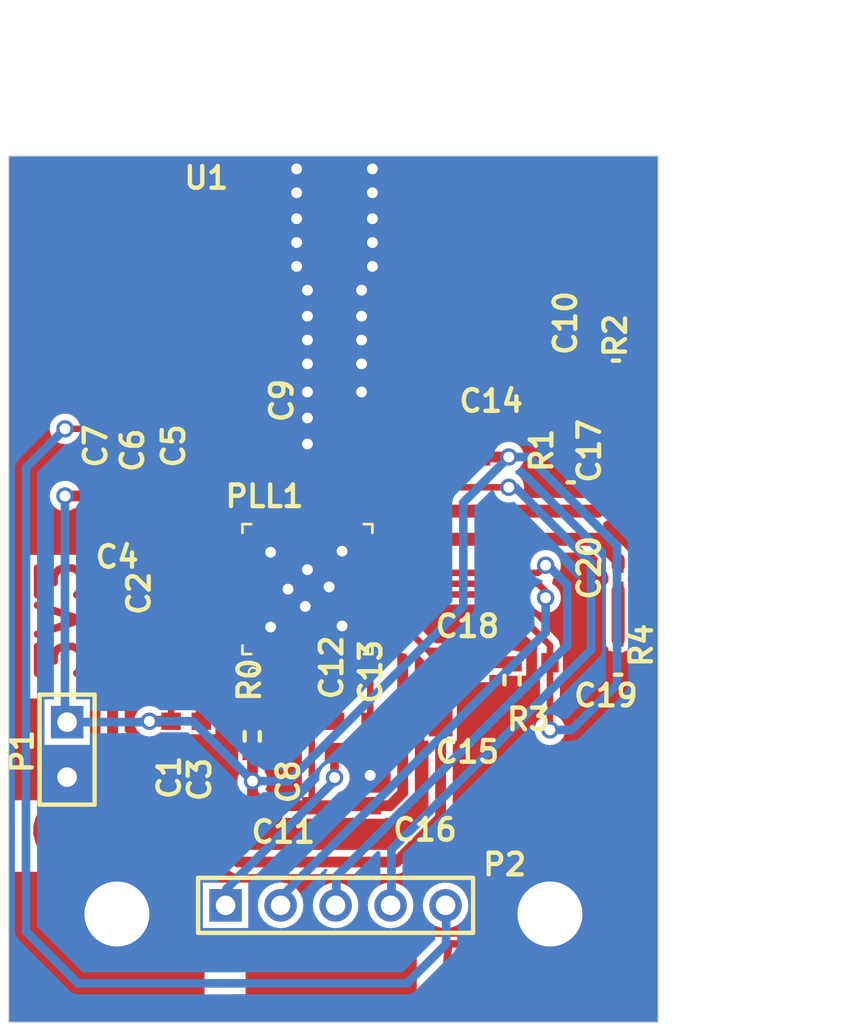
<source format=kicad_pcb>
(kicad_pcb (version 20211014) (generator pcbnew)
  (layers (0 "F.Cu" signal) (31 "B.Cu" signal) (34 "B.Paste" user) (35 "F.Paste" user) (36 "B.SilkS" user "B.Silkscreen") (37 "F.SilkS" user "F.Silkscreen") (38 "B.Mask" user) (39 "F.Mask" user) (44 "Edge.Cuts" user))
  (net 0 "")
  (footprint "Miscellaneous Devices.IntLib:1608[0603]" (layer "F.Cu") (at 156.999994 78.799996 180)
    (fp_text reference "C4" (at 3.099998 -0.500002 unlocked) (layer "F.SilkS") (effects (font (thickness 0.2)) (justify left bottom)))
    (fp_text value "Cap Semi" hide)
    (pad "1" smd rect (at -0.699998 -0.000002 270) (size 0.9 0.8) (layers "F.Cu" "F.Paste" "F.Mask"))
    (pad "2" smd rect (at 0.700001 -0.000002 270) (size 0.9 0.8) (layers "F.Cu" "F.Paste" "F.Mask"))
  )
  (footprint "Miscellaneous Devices.IntLib:0402" (layer "F.Cu") (at 178.049996 74.150001 90)
    (fp_text reference "C17" (at -1.249997 -0.65 90 unlocked) (layer "F.SilkS") (effects (font (thickness 0.2)) (justify left bottom)))
    (fp_text value "Cap Semi" hide)
    (pad "1" smd rect (at -0.499999 -0.000004 180) (size 0.5 0.6) (layers "F.Cu" "F.Paste" "F.Mask"))
    (pad "2" smd rect (at 0.500003 -0.000004 180) (size 0.5 0.6) (layers "F.Cu" "F.Paste" "F.Mask"))
  )
  (footprint "Miscellaneous Devices.IntLib:C0805" (layer "F.Cu") (at 170.699994 83.599992 180)
    (fp_text reference "C18" (at 1.1 1.099994 unlocked) (layer "F.SilkS") (effects (font (thickness 0.2)) (justify left bottom)))
    (fp_text value "Cap Semi" hide)
    (pad "1" smd rect (at -0.749999 -0.000002 270) (size 1.4 1.1) (layers "F.Cu" "F.Paste" "F.Mask"))
    (pad "2" smd rect (at 0.750001 -0.000002 270) (size 1.4 1.1) (layers "F.Cu" "F.Paste" "F.Mask"))
  )
  (footprint "Miscellaneous Devices.IntLib:J1-0603" (layer "F.Cu") (at 173.249999 84.399998 -90)
    (fp_text reference "R3" (at 2.399998 0.350003 unlocked) (layer "F.SilkS") (effects (font (thickness 0.2)) (justify left bottom)))
    (fp_text value "Res3" hide)
    (fp_line (start 0.200002 0.349999) (end -0.2 0.349999) (layer "F.SilkS") (width 0.2))
    (fp_line (start 0.200002 -0.350002) (end -0.2 -0.350002) (layer "F.SilkS") (width 0.2))
    (pad "1" smd rect (at -0.75 -0.000003) (size 0.9 0.7) (layers "F.Cu" "F.Paste" "F.Mask"))
    (pad "2" smd rect (at 0.75 -0.000003) (size 0.9 0.7) (layers "F.Cu" "F.Paste" "F.Mask"))
  )
  (footprint "Miscellaneous Devices.IntLib:1608[0603]" (layer "F.Cu") (at 166.739996 86.999995 90)
    (fp_text reference "C13" (at 1.399997 0.56 90 unlocked) (layer "F.SilkS") (effects (font (thickness 0.2)) (justify left bottom)))
    (fp_text value "Cap Semi" hide)
    (pad "1" smd rect (at -0.699999 -0.000004 180) (size 0.9 0.8) (layers "F.Cu" "F.Paste" "F.Mask"))
    (pad "2" smd rect (at 0.700001 -0.000004 180) (size 0.9 0.8) (layers "F.Cu" "F.Paste" "F.Mask"))
  )
  (footprint "Miscellaneous Devices.IntLib:0402-A" (layer "F.Cu") (at 178.149996 83.049995 90)
    (fp_text reference "R4" (at -0.850001 1.649998 90 unlocked) (layer "F.SilkS") (effects (font (thickness 0.2)) (justify left bottom)))
    (fp_text value "Res3" hide)
    (fp_line (start -1.099998 -0.15) (end -1.099998 0.149998) (layer "F.SilkS") (width 0.2))
    (pad "1" smd rect (at -0.499999 0 180) (size 0.5 0.6) (layers "F.Cu" "F.Paste" "F.Mask"))
    (pad "2" smd rect (at 0.500001 0 180) (size 0.5 0.6) (layers "F.Cu" "F.Paste" "F.Mask"))
  )
  (footprint "Miscellaneous Devices.IntLib:0402" (layer "F.Cu") (at 178.149996 79.649995 90)
    (fp_text reference "C20" (at -1.150003 -0.75 90 unlocked) (layer "F.SilkS") (effects (font (thickness 0.2)) (justify left bottom)))
    (fp_text value "Cap Semi" hide)
    (pad "1" smd rect (at -0.499999 0 180) (size 0.5 0.6) (layers "F.Cu" "F.Paste" "F.Mask"))
    (pad "2" smd rect (at 0.500002 0 180) (size 0.5 0.6) (layers "F.Cu" "F.Paste" "F.Mask"))
  )
  (footprint "PAE_custom.PcbLib:CONSMA020-062-G" (layer "F.Cu") (at 169.259996 62.799998 180)
    (fp_text reference "U1" (at 11.260002 1 unlocked) (layer "F.SilkS") (effects (font (thickness 0.2)) (justify left bottom)))
    (fp_text value "CONSMA020.062-G" hide)
    (pad "1" smd rect (at 4.26 0 180) (size 1.6 4.9) (layers "F.Cu" "F.Paste" "F.Mask"))
    (pad "2" smd rect (at 8.52 0 180) (size 1.6 4.9) (layers "F.Cu" "F.Paste" "F.Mask"))
    (pad "3" smd rect (at 0 0 180) (size 1.6 4.9) (layers "F.Cu" "F.Paste" "F.Mask"))
    (pad "4" smd rect (at 8.52 0 180) (size 1.6 4.9) (layers "B.Cu" "B.Paste" "B.Mask"))
    (pad "5" smd rect (at 0 0 180) (size 1.6 4.9) (layers "B.Cu" "B.Paste" "B.Mask"))
  )
  (footprint "Miscellaneous Devices.IntLib:1608[0603]" (layer "F.Cu") (at 155.999996 76.599998 90)
    (fp_text reference "C6" (at 1.7 0.3 90 unlocked) (layer "F.SilkS") (effects (font (thickness 0.2)) (justify left bottom)))
    (fp_text value "Cap Semi" hide)
    (pad "1" smd rect (at -0.7 -0.000003 180) (size 0.9 0.8) (layers "F.Cu" "F.Paste" "F.Mask"))
    (pad "2" smd rect (at 0.7 -0.000003 180) (size 0.9 0.8) (layers "F.Cu" "F.Paste" "F.Mask"))
  )
  (footprint "Miscellaneous Devices.IntLib:1608[0603]" (layer "F.Cu") (at 162.999994 86.999995 90)
    (fp_text reference "C8" (at -3.200001 0.500002 90 unlocked) (layer "F.SilkS") (effects (font (thickness 0.2)) (justify left bottom)))
    (fp_text value "Cap Semi" hide)
    (pad "1" smd rect (at -0.699999 -0.000002 180) (size 0.9 0.8) (layers "F.Cu" "F.Paste" "F.Mask"))
    (pad "2" smd rect (at 0.700001 -0.000002 180) (size 0.9 0.8) (layers "F.Cu" "F.Paste" "F.Mask"))
  )
  (footprint "Miscellaneous Devices.IntLib:1608[0603]" (layer "F.Cu") (at 175.699994 83.599998 180)
    (fp_text reference "C19" (at -0.3 -2.1 unlocked) (layer "F.SilkS") (effects (font (thickness 0.2)) (justify left bottom)))
    (fp_text value "Cap Semi" hide)
    (pad "1" smd rect (at -0.699999 0 270) (size 0.9 0.8) (layers "F.Cu" "F.Paste" "F.Mask"))
    (pad "2" smd rect (at 0.700001 0 270) (size 0.9 0.8) (layers "F.Cu" "F.Paste" "F.Mask"))
  )
  (footprint "Miscellaneous Devices.IntLib:1608[0603]" (layer "F.Cu") (at 166.739992 90.899998 -90)
    (fp_text reference "C16" (at 1 -0.900004 unlocked) (layer "F.SilkS") (effects (font (thickness 0.2)) (justify left bottom)))
    (fp_text value "Cap Semi" hide)
    (pad "1" smd rect (at -0.7 -0.000004) (size 0.9 0.8) (layers "F.Cu" "F.Paste" "F.Mask"))
    (pad "2" smd rect (at 0.7 -0.000004) (size 0.9 0.8) (layers "F.Cu" "F.Paste" "F.Mask"))
  )
  (footprint "Miscellaneous Devices.IntLib:1608[0603]" (layer "F.Cu") (at 157.499996 86.999998 90)
    (fp_text reference "C1" (at -3 0.499998 90 unlocked) (layer "F.SilkS") (effects (font (thickness 0.2)) (justify left bottom)))
    (fp_text value "Cap Semi" hide)
    (pad "1" smd rect (at -0.699998 -0.000003 180) (size 0.9 0.8) (layers "F.Cu" "F.Paste" "F.Mask"))
    (pad "2" smd rect (at 0.7 -0.000003 180) (size 0.9 0.8) (layers "F.Cu" "F.Paste" "F.Mask"))
  )
  (footprint "Miscellaneous Devices.IntLib:1608[0603]" (layer "F.Cu") (at 158.899996 86.999998 90)
    (fp_text reference "C3" (at -3.1 0.499998 90 unlocked) (layer "F.SilkS") (effects (font (thickness 0.2)) (justify left bottom)))
    (fp_text value "Cap Semi" hide)
    (pad "1" smd rect (at -0.699998 -0.000004 180) (size 0.9 0.8) (layers "F.Cu" "F.Paste" "F.Mask"))
    (pad "2" smd rect (at 0.7 -0.000004 180) (size 0.9 0.8) (layers "F.Cu" "F.Paste" "F.Mask"))
  )
  (footprint "Miscellaneous Connectors.IntLib:HDR1X5" (layer "F.Cu") (at 160.019996 94.799998)
    (fp_text reference "P2" (at 11.78 -1.3 unlocked) (layer "F.SilkS") (effects (font (thickness 0.2)) (justify left bottom)))
    (fp_text value "Header 5" hide)
    (fp_line (start -1.27 1.27) (end 11.43 1.27) (layer "F.SilkS") (width 0.2))
    (fp_line (start -1.27 1.27) (end -1.27 -1.27) (layer "F.SilkS") (width 0.2))
    (fp_line (start -1.27 -1.27) (end 11.43 -1.27) (layer "F.SilkS") (width 0.2))
    (fp_line (start 11.43 1.27) (end 11.43 -1.27) (layer "F.SilkS") (width 0.2))
    (pad "1" thru_hole rect (at 0 0) (size 1.5 1.5) (drill 0.9) (layers *.Cu *.Mask))
    (pad "2" thru_hole circle (at 2.54 0) (size 1.5 1.5) (drill 0.9) (layers *.Cu *.Mask))
    (pad "3" thru_hole circle (at 5.08 0) (size 1.5 1.5) (drill 0.9) (layers *.Cu *.Mask))
    (pad "4" thru_hole circle (at 7.62 0) (size 1.5 1.5) (drill 0.9) (layers *.Cu *.Mask))
    (pad "5" thru_hole circle (at 10.16 0) (size 1.5 1.5) (drill 0.9) (layers *.Cu *.Mask))
  )
  (footprint "Miscellaneous Devices.IntLib:J1-0603" (layer "F.Cu") (at 161.249993 86.999998 -90)
    (fp_text reference "R0" (at -1.500002 -0.450003 90 unlocked) (layer "F.SilkS") (effects (font (thickness 0.2)) (justify left bottom)))
    (fp_text value "Res3" hide)
    (fp_line (start 0.200002 0.349999) (end -0.2 0.349999) (layer "F.SilkS") (width 0.2))
    (fp_line (start 0.200002 -0.350003) (end -0.2 -0.350003) (layer "F.SilkS") (width 0.2))
    (pad "1" smd rect (at -0.75 -0.000003) (size 0.9 0.7) (layers "F.Cu" "F.Paste" "F.Mask"))
    (pad "2" smd rect (at 0.75 -0.000003) (size 0.9 0.7) (layers "F.Cu" "F.Paste" "F.Mask"))
  )
  (footprint "Miscellaneous Devices.IntLib:1608[0603]" (layer "F.Cu") (at 165.049996 86.999995 90)
    (fp_text reference "C12" (at 1.599999 0.45 90 unlocked) (layer "F.SilkS") (effects (font (thickness 0.2)) (justify left bottom)))
    (fp_text value "Cap Semi" hide)
    (pad "1" smd rect (at -0.699999 -0.000003 180) (size 0.9 0.8) (layers "F.Cu" "F.Paste" "F.Mask"))
    (pad "2" smd rect (at 0.700001 -0.000003 180) (size 0.9 0.8) (layers "F.Cu" "F.Paste" "F.Mask"))
  )
  (footprint "Miscellaneous Devices.IntLib:1608[0603]" (layer "F.Cu") (at 171.799996 73.399998 90)
    (fp_text reference "C14" (at 1.3 -1.100002 unlocked) (layer "F.SilkS") (effects (font (thickness 0.2)) (justify left bottom)))
    (fp_text value "Cap Semi" hide)
    (pad "1" smd rect (at -0.699998 -0.000004 180) (size 0.9 0.8) (layers "F.Cu" "F.Paste" "F.Mask"))
    (pad "2" smd rect (at 0.700002 -0.000004 180) (size 0.9 0.8) (layers "F.Cu" "F.Paste" "F.Mask"))
  )
  (footprint "QFN50P600X600X100-41N.PcbLib:QFN50P600X600X100-41N" (layer "F.Cu") (at 163.799996 80.199994 90)
    (fp_text reference "PLL1" (at 3.699998 -3.9 unlocked) (layer "F.SilkS") (effects (font (thickness 0.2)) (justify left bottom)))
    (fp_text value "LMX-2572" hide)
    (fp_line (start -2.999999 -3) (end -2.999999 -2.6) (layer "F.SilkS") (width 0.127))
    (fp_line (start -2.999999 -3) (end -2.599999 -3) (layer "F.SilkS") (width 0.127))
    (fp_line (start -2.999999 2.6) (end -2.999999 2.999998) (layer "F.SilkS") (width 0.127))
    (fp_line (start -2.999999 2.999998) (end -2.599999 2.999998) (layer "F.SilkS") (width 0.127))
    (fp_line (start 2.6 -3) (end 3 -3) (layer "F.SilkS") (width 0.127))
    (fp_line (start 3 -3) (end 3 -2.6) (layer "F.SilkS") (width 0.127))
    (fp_line (start 3 2.6) (end 3 2.999998) (layer "F.SilkS") (width 0.127))
    (fp_line (start 2.6 2.999998) (end 3 2.999998) (layer "F.SilkS") (width 0.127))
    (fp_circle (center -3.83 -2.51) (end -3.63 -2.51) (layer "F.SilkS") (width 0.1) (fill none))
    (pad "1" smd rect (at -2.939999 -2.25 90) (size 0.89 0.26) (layers "F.Cu" "F.Paste" "F.Mask"))
    (pad "2" smd rect (at -2.939999 -1.75 90) (size 0.89 0.26) (layers "F.Cu" "F.Paste" "F.Mask"))
    (pad "3" smd rect (at -2.939999 -1.25 90) (size 0.89 0.26) (layers "F.Cu" "F.Paste" "F.Mask"))
    (pad "4" smd rect (at -2.939999 -0.750002 90) (size 0.89 0.26) (layers "F.Cu" "F.Paste" "F.Mask"))
    (pad "5" smd rect (at -2.939999 -0.25 90) (size 0.89 0.26) (layers "F.Cu" "F.Paste" "F.Mask"))
    (pad "6" smd rect (at -2.939999 0.25 90) (size 0.89 0.26) (layers "F.Cu" "F.Paste" "F.Mask"))
    (pad "7" smd rect (at -2.939999 0.75 90) (size 0.89 0.26) (layers "F.Cu" "F.Paste" "F.Mask"))
    (pad "8" smd rect (at -2.939999 1.25 90) (size 0.89 0.26) (layers "F.Cu" "F.Paste" "F.Mask"))
    (pad "9" smd rect (at -2.939999 1.749998 90) (size 0.89 0.26) (layers "F.Cu" "F.Paste" "F.Mask"))
    (pad "10" smd rect (at -2.939999 2.25 90) (size 0.89 0.26) (layers "F.Cu" "F.Paste" "F.Mask"))
    (pad "11" smd rect (at -2.25 2.94 180) (size 0.89 0.26) (layers "F.Cu" "F.Paste" "F.Mask"))
    (pad "12" smd rect (at -1.749999 2.94 180) (size 0.89 0.26) (layers "F.Cu" "F.Paste" "F.Mask"))
    (pad "13" smd rect (at -1.25 2.94 180) (size 0.89 0.26) (layers "F.Cu" "F.Paste" "F.Mask"))
    (pad "14" smd rect (at -0.750001 2.94 180) (size 0.89 0.26) (layers "F.Cu" "F.Paste" "F.Mask"))
    (pad "15" smd rect (at -0.249999 2.94 180) (size 0.89 0.26) (layers "F.Cu" "F.Paste" "F.Mask"))
    (pad "16" smd rect (at 0.25 2.94 180) (size 0.89 0.26) (layers "F.Cu" "F.Paste" "F.Mask"))
    (pad "17" smd rect (at 0.750001 2.94 180) (size 0.89 0.26) (layers "F.Cu" "F.Paste" "F.Mask"))
    (pad "18" smd rect (at 1.25 2.94 180) (size 0.89 0.26) (layers "F.Cu" "F.Paste" "F.Mask"))
    (pad "19" smd rect (at 1.749999 2.94 180) (size 0.89 0.26) (layers "F.Cu" "F.Paste" "F.Mask"))
    (pad "20" smd rect (at 2.250001 2.94 180) (size 0.89 0.26) (layers "F.Cu" "F.Paste" "F.Mask"))
    (pad "21" smd rect (at 2.94 2.25 90) (size 0.89 0.26) (layers "F.Cu" "F.Paste" "F.Mask"))
    (pad "22" smd rect (at 2.94 1.749998 90) (size 0.89 0.26) (layers "F.Cu" "F.Paste" "F.Mask"))
    (pad "23" smd rect (at 2.94 1.25 90) (size 0.89 0.26) (layers "F.Cu" "F.Paste" "F.Mask"))
    (pad "24" smd rect (at 2.94 0.75 90) (size 0.89 0.26) (layers "F.Cu" "F.Paste" "F.Mask"))
    (pad "25" smd rect (at 2.94 0.25 90) (size 0.89 0.26) (layers "F.Cu" "F.Paste" "F.Mask"))
    (pad "26" smd rect (at 2.94 -0.25 90) (size 0.89 0.26) (layers "F.Cu" "F.Paste" "F.Mask"))
    (pad "27" smd rect (at 2.94 -0.750002 90) (size 0.89 0.26) (layers "F.Cu" "F.Paste" "F.Mask"))
    (pad "28" smd rect (at 2.94 -1.25 90) (size 0.89 0.26) (layers "F.Cu" "F.Paste" "F.Mask"))
    (pad "29" smd rect (at 2.94 -1.75 90) (size 0.89 0.26) (layers "F.Cu" "F.Paste" "F.Mask"))
    (pad "30" smd rect (at 2.94 -2.25 90) (size 0.89 0.26) (layers "F.Cu" "F.Paste" "F.Mask"))
    (pad "31" smd rect (at 2.250001 -2.94 180) (size 0.89 0.26) (layers "F.Cu" "F.Paste" "F.Mask"))
    (pad "32" smd rect (at 1.749999 -2.94 180) (size 0.89 0.26) (layers "F.Cu" "F.Paste" "F.Mask"))
    (pad "33" smd rect (at 1.25 -2.94 180) (size 0.89 0.26) (layers "F.Cu" "F.Paste" "F.Mask"))
    (pad "34" smd rect (at 0.750001 -2.94 180) (size 0.89 0.26) (layers "F.Cu" "F.Paste" "F.Mask"))
    (pad "35" smd rect (at 0.25 -2.94 180) (size 0.89 0.26) (layers "F.Cu" "F.Paste" "F.Mask"))
    (pad "36" smd rect (at -0.249999 -2.94 180) (size 0.89 0.26) (layers "F.Cu" "F.Paste" "F.Mask"))
    (pad "37" smd rect (at -0.750001 -2.94 180) (size 0.89 0.26) (layers "F.Cu" "F.Paste" "F.Mask"))
    (pad "38" smd rect (at -1.25 -2.94 180) (size 0.89 0.26) (layers "F.Cu" "F.Paste" "F.Mask"))
    (pad "39" smd rect (at -1.749999 -2.94 180) (size 0.89 0.26) (layers "F.Cu" "F.Paste" "F.Mask"))
    (pad "40" smd rect (at -2.25 -2.94 180) (size 0.89 0.26) (layers "F.Cu" "F.Paste" "F.Mask"))
    (pad "41" smd rect (at 0 0 90) (size 4.59 4.59) (layers "F.Cu" "F.Paste" "F.Mask"))
  )
  (footprint "Miscellaneous Devices.IntLib:1608[0603]" (layer "F.Cu") (at 154.299994 76.599998 -90)
    (fp_text reference "C7" (at -1.9 -0.300002 90 unlocked) (layer "F.SilkS") (effects (font (thickness 0.2)) (justify left bottom)))
    (fp_text value "Cap Semi" hide)
    (pad "1" smd rect (at -0.699998 -0.000002) (size 0.9 0.8) (layers "F.Cu" "F.Paste" "F.Mask"))
    (pad "2" smd rect (at 0.7 -0.000002) (size 0.9 0.8) (layers "F.Cu" "F.Paste" "F.Mask"))
  )
  (footprint "Miscellaneous Devices.IntLib:0402" (layer "F.Cu") (at 165.04999 71.999995 90)
    (fp_text reference "C9" (at -0.600001 -1.849996 90 unlocked) (layer "F.SilkS") (effects (font (thickness 0.2)) (justify left bottom)))
    (fp_text value "Cap Semi" hide)
    (pad "1" smd rect (at -0.499999 -0.000002 180) (size 0.5 0.6) (layers "F.Cu" "F.Paste" "F.Mask"))
    (pad "2" smd rect (at 0.500002 -0.000002 180) (size 0.5 0.6) (layers "F.Cu" "F.Paste" "F.Mask"))
  )
  (footprint "Miscellaneous Devices.IntLib:1608[0603]" (layer "F.Cu") (at 156.099996 83.139993 -90)
    (fp_text reference "C2" (at -1.639997 -0.5 90 unlocked) (layer "F.SilkS") (effects (font (thickness 0.2)) (justify left bottom)))
    (fp_text value "Cap Semi" hide)
    (pad "1" smd rect (at -0.699999 -0.000002) (size 0.9 0.8) (layers "F.Cu" "F.Paste" "F.Mask"))
    (pad "2" smd rect (at 0.700001 -0.000002) (size 0.9 0.8) (layers "F.Cu" "F.Paste" "F.Mask"))
  )
  (footprint "Miscellaneous Devices.IntLib:C0805" (layer "F.Cu") (at 170.699994 86.299998 180)
    (fp_text reference "C15" (at 1.1 -2 unlocked) (layer "F.SilkS") (effects (font (thickness 0.2)) (justify left bottom)))
    (fp_text value "Cap Semi" hide)
    (pad "1" smd rect (at -0.749999 0 270) (size 1.4 1.1) (layers "F.Cu" "F.Paste" "F.Mask"))
    (pad "2" smd rect (at 0.750001 0 270) (size 1.4 1.1) (layers "F.Cu" "F.Paste" "F.Mask"))
  )
  (footprint "Miscellaneous Devices.IntLib:0402" (layer "F.Cu") (at 175.959994 70.769995 -90)
    (fp_text reference "C10" (at -1.269997 -0.340002 90 unlocked) (layer "F.SilkS") (effects (font (thickness 0.2)) (justify left bottom)))
    (fp_text value "Cap Semi" hide)
    (pad "1" smd rect (at -0.499999 -0.000002) (size 0.5 0.6) (layers "F.Cu" "F.Paste" "F.Mask"))
    (pad "2" smd rect (at 0.500001 -0.000002) (size 0.5 0.6) (layers "F.Cu" "F.Paste" "F.Mask"))
  )
  (footprint "Miscellaneous Devices.IntLib:1608[0603]" (layer "F.Cu") (at 163.999996 90.899998 -90)
    (fp_text reference "C11" (at 1.1 2.9 unlocked) (layer "F.SilkS") (effects (font (thickness 0.2)) (justify left bottom)))
    (fp_text value "Cap Semi" hide)
    (pad "1" smd rect (at -0.7 -0.000002) (size 0.9 0.8) (layers "F.Cu" "F.Paste" "F.Mask"))
    (pad "2" smd rect (at 0.7 -0.000002) (size 0.9 0.8) (layers "F.Cu" "F.Paste" "F.Mask"))
  )
  (footprint "Miscellaneous Devices.IntLib:0402-A" (layer "F.Cu") (at 178.049996 70.75 -90)
    (fp_text reference "R2" (at -1.150002 -0.549998 90 unlocked) (layer "F.SilkS") (effects (font (thickness 0.2)) (justify left bottom)))
    (fp_text value "Res3" hide)
    (fp_line (start -1.099998 0.149998) (end -1.099998 -0.15) (layer "F.SilkS") (width 0.2))
    (pad "1" smd rect (at -0.499999 0) (size 0.5 0.6) (layers "F.Cu" "F.Paste" "F.Mask"))
    (pad "2" smd rect (at 0.500001 0) (size 0.5 0.6) (layers "F.Cu" "F.Paste" "F.Mask"))
  )
  (footprint "Miscellaneous Devices.IntLib:1608[0603]" (layer "F.Cu") (at 157.699996 76.599998 90)
    (fp_text reference "C5" (at 1.9 0.499998 90 unlocked) (layer "F.SilkS") (effects (font (thickness 0.2)) (justify left bottom)))
    (fp_text value "Cap Semi" hide)
    (pad "1" smd rect (at -0.7 -0.000004 180) (size 0.9 0.8) (layers "F.Cu" "F.Paste" "F.Mask"))
    (pad "2" smd rect (at 0.7 -0.000004 180) (size 0.9 0.8) (layers "F.Cu" "F.Paste" "F.Mask"))
  )
  (footprint "Miscellaneous Devices.IntLib:0402-A" (layer "F.Cu") (at 175.959994 74.170001 90)
    (fp_text reference "R1" (at -0.729997 -0.759998 90 unlocked) (layer "F.SilkS") (effects (font (thickness 0.2)) (justify left bottom)))
    (fp_text value "Res3" hide)
    (fp_line (start -1.099997 -0.150002) (end -1.099997 0.149997) (layer "F.SilkS") (width 0.2))
    (pad "1" smd rect (at -0.499999 -0.000003 180) (size 0.5 0.6) (layers "F.Cu" "F.Paste" "F.Mask"))
    (pad "2" smd rect (at 0.500003 -0.000003 180) (size 0.5 0.6) (layers "F.Cu" "F.Paste" "F.Mask"))
  )
  (footprint "Miscellaneous Connectors.IntLib:HDR1X2" (layer "F.Cu") (at 152.699996 86.339998 -90)
    (fp_text reference "P1" (at 2.46 1.5 90 unlocked) (layer "F.SilkS") (effects (font (thickness 0.2)) (justify left bottom)))
    (fp_text value "Header 2" hide)
    (fp_line (start 3.81 1.27) (end -1.27 1.27) (layer "F.SilkS") (width 0.2))
    (fp_line (start 3.81 -1.27) (end -1.27 -1.27) (layer "F.SilkS") (width 0.2))
    (fp_line (start 3.81 1.27) (end 3.81 -1.27) (layer "F.SilkS") (width 0.2))
    (fp_line (start -1.27 1.27) (end -1.27 -1.27) (layer "F.SilkS") (width 0.2))
    (pad "1" thru_hole rect (at 0 0 270) (size 1.5 1.5) (drill 0.9) (layers *.Cu *.Mask))
    (pad "2" thru_hole circle (at 2.54 0 270) (size 1.5 1.5) (drill 0.9) (layers *.Cu *.Mask))
  )
  (gr_line (start 179.999993 100.199994) (end 179.999996 60.199998) (layer "Edge.Cuts") (width 0.05))
  (gr_line (start 149.999996 100.199998) (end 179.999993 100.199994) (layer "Edge.Cuts") (width 0.05))
  (gr_line (start 149.999998 60.200001) (end 149.999996 100.199998) (layer "Edge.Cuts") (width 0.05))
  (gr_line (start 179.999996 60.199998) (end 149.999998 60.200001) (layer "Edge.Cuts") (width 0.05))
  (gr_text "5" (at 169.499994 99.399996) (layer "F.Cu") (effects (font (size 2.5 2.5) (thickness 0.35)) (justify left bottom)))
  (gr_text "1" (at 159.699996 99.399996) (layer "F.Cu") (effects (font (size 2.5 2.5) (thickness 0.35)) (justify left bottom)))
  (gr_text "3V3" (at 153.599996 84.599998 90) (layer "F.Cu") (effects (font (size 2 2) (thickness 0.35)) (justify left bottom)))
  (gr_text "GND" (at 150.699996 92.599998) (layer "F.Cu") (effects (font (size 2 2) (thickness 0.35)) (justify left bottom)))
  (gr_text "LMX2572\nEval" (at 151.099996 70.599998) (layer "F.Cu") (effects (font (size 1.5 1.5) (thickness 0.2)) (justify left bottom)))
  (segment (start 162.049996 77.259994) (end 162.049996 76.549998) (width 0.3) (layer "F.Cu") (net 0))
  (segment (start 178.049996 73.549998) (end 178.049996 71.299998) (width 0.6) (layer "F.Cu") (net 0))
  (segment (start 162.549993 85.849995) (end 162.549993 83.139995) (width 0.3) (layer "F.Cu") (net 0))
  (segment (start 161.262495 89.062498) (end 161.262495 87.762498) (width 0.5) (layer "F.Cu") (net 0))
  (segment (start 156.499996 86.299998) (end 157.499993 86.299998) (width 0.5) (layer "F.Cu") (net 0))
  (segment (start 163.999998 84.499995) (end 164.549991 83.950001) (width 0.3) (layer "F.Cu") (net 0))
  (segment (start 178.149996 79.149993) (end 178.149996 78.849996) (width 0.6) (layer "F.Cu") (net 0))
  (segment (start 178.049992 75.75) (end 178.049992 74.65) (width 0.6) (layer "F.Cu") (net 0))
  (segment (start 166.049996 83.139993) (end 166.699996 83.789991) (width 0.3) (layer "F.Cu") (net 0))
  (segment (start 161.262495 89.662497) (end 161.262495 89.062498) (width 0.5) (layer "F.Cu") (net 0))
  (segment (start 173.349992 83.599994) (end 173.349996 83.599989) (width 0.5) (layer "F.Cu") (net 0))
  (segment (start 166.539992 81.95) (end 168.299999 81.95) (width 0.3) (layer "F.Cu") (net 0))
  (segment (start 169.799996 77.899996) (end 177.199994 77.899996) (width 0.6) (layer "F.Cu") (net 0))
  (segment (start 168.899993 78.799998) (end 169.799996 77.899996) (width 0.6) (layer "F.Cu") (net 0))
  (segment (start 168.199994 89.599998) (end 168.199994 83.399995) (width 0.5) (layer "F.Cu") (net 0))
  (segment (start 160.859996 80.949995) (end 161.059996 80.949995) (width 0.3) (layer "F.Cu") (net 0))
  (segment (start 161.799994 90.199996) (end 163.999996 90.199996) (width 0.5) (layer "F.Cu") (net 0))
  (segment (start 163.049994 77.259994) (end 163.049994 76.449996) (width 0.3) (layer "F.Cu") (net 0))
  (segment (start 178.149996 82.549994) (end 178.149996 80.249996) (width 0.6) (layer "F.Cu") (net 0))
  (segment (start 157.499993 86.299998) (end 157.499993 82.749994) (width 0.3) (layer "F.Cu") (net 0))
  (segment (start 169.949993 86.299998) (end 169.949993 83.599994) (width 0.5) (layer "F.Cu") (net 0))
  (segment (start 174.799994 80.599998) (end 174.799994 80.299993) (width 0.3) (layer "F.Cu") (net 0))
  (segment (start 174.999996 83.799998) (end 175.099993 83.699998) (width 0.3) (layer "F.Cu") (net 0))
  (segment (start 159.299992 80.949995) (end 160.859996 80.949995) (width 0.3) (layer "F.Cu") (net 0))
  (segment (start 174.999996 86.699996) (end 174.999996 83.799998) (width 0.3) (layer "F.Cu") (net 0))
  (segment (start 154.799996 86.999998) (end 160.599994 92.799996) (width 0.5) (layer "F.Cu") (net 0))
  (segment (start 165.049993 86.299994) (end 165.049993 83.039995) (width 0.3) (layer "F.Cu") (net 0))
  (segment (start 158.249994 80.449996) (end 161.059996 80.449996) (width 0.3) (layer "F.Cu") (net 0))
  (segment (start 158.799996 82.799996) (end 160.149998 81.449994) (width 0.3) (layer "F.Cu") (net 0))
  (segment (start 168.299999 81.95) (end 169.949993 83.599994) (width 0.3) (layer "F.Cu") (net 0))
  (segment (start 163.999998 90.199998) (end 163.999998 84.499995) (width 0.3) (layer "F.Cu") (net 0))
  (segment (start 152.599996 75.9) (end 154.099989 75.9) (width 0.5) (layer "F.Cu") (net 0))
  (segment (start 174.999996 83.799998) (end 174.999996 83.699998) (width 0.3) (layer "F.Cu") (net 0))
  (segment (start 157.949989 78.949994) (end 159.999996 78.949994) (width 0.5) (layer "F.Cu") (net 0))
  (segment (start 167.899996 92.799996) (end 169.949993 90.75) (width 0.5) (layer "F.Cu") (net 0))
  (segment (start 171.900005 74.099996) (end 173.099996 74.099996) (width 0.5) (layer "F.Cu") (net 0))
  (segment (start 164.199996 76.299996) (end 164.199996 75.599998) (width 0.3) (layer "F.Cu") (net 0))
  (segment (start 165.049993 88.899996) (end 165.049993 87.699994) (width 0.4) (layer "F.Cu") (net 0))
  (segment (start 156.099998 82.439994) (end 156.259996 82.439994) (width 0.3) (layer "F.Cu") (net 0))
  (segment (start 161.249996 87.749998) (end 161.262495 87.762498) (width 0.5) (layer "F.Cu") (net 0))
  (segment (start 167.249999 82.449998) (end 168.199994 83.399995) (width 0.3) (layer "F.Cu") (net 0))
  (segment (start 156.5 73.699996) (end 161.199996 73.699996) (width 0.3) (layer "F.Cu") (net 0))
  (segment (start 154.299994 75.899998) (end 154.299996 75.9) (width 0.5) (layer "F.Cu") (net 0))
  (segment (start 160.599994 92.799996) (end 167.899996 92.799996) (width 0.5) (layer "F.Cu") (net 0))
  (segment (start 161.399993 72.799996) (end 164.199996 75.599998) (width 0.3) (layer "F.Cu") (net 0))
  (segment (start 162.549993 85.849995) (end 162.999992 86.299994) (width 0.3) (layer "F.Cu") (net 0))
  (segment (start 171.900002 74.099993) (end 171.900005 74.099996) (width 0.5) (layer "F.Cu") (net 0))
  (segment (start 160.859996 81.449994) (end 161.059996 81.449994) (width 0.3) (layer "F.Cu") (net 0))
  (segment (start 166.889992 78.449995) (end 167.549996 78.449995) (width 0.3) (layer "F.Cu") (net 0))
  (segment (start 169.399994 76.599996) (end 177.199996 76.599996) (width 0.6) (layer "F.Cu") (net 0))
  (segment (start 166.599996 79.949994) (end 166.739996 79.949994) (width 0.3) (layer "F.Cu") (net 0))
  (segment (start 169.329996 70.269996) (end 175.959996 70.269996) (width 0.6) (layer "F.Cu") (net 0))
  (segment (start 155.999993 75.899998) (end 156.899994 74.999996) (width 0.3) (layer "F.Cu") (net 0))
  (segment (start 161.249996 83.439992) (end 161.549996 83.139993) (width 0.3) (layer "F.Cu") (net 0))
  (segment (start 163.049994 77.359998) (end 163.049994 77.259994) (width 0.3) (layer "F.Cu") (net 0))
  (segment (start 175.949996 73.669998) (end 175.949996 71.269996) (width 0.6) (layer "F.Cu") (net 0))
  (segment (start 163.549996 77.359998) (end 163.549996 77.259994) (width 0.3) (layer "F.Cu") (net 0))
  (segment (start 164.049996 90.199998) (end 166.739996 90.199998) (width 0.5) (layer "F.Cu") (net 0))
  (segment (start 161.262495 89.662497) (end 161.799994 90.199996) (width 0.5) (layer "F.Cu") (net 0))
  (segment (start 166.989992 78.949994) (end 168.749998 78.949994) (width 0.3) (layer "F.Cu") (net 0))
  (segment (start 164.999996 62.799998) (end 165.04999 62.849993) (width 0.5) (layer "F.Cu") (net 0))
  (segment (start 177.199996 76.599996) (end 178.049992 75.75) (width 0.6) (layer "F.Cu") (net 0))
  (segment (start 162.049996 77.299998) (end 162.049996 77.259994) (width 0.3) (layer "F.Cu") (net 0))
  (segment (start 156.899994 74.999996) (end 161.599996 74.999996) (width 0.3) (layer "F.Cu") (net 0))
  (segment (start 166.699996 86.049992) (end 166.699996 83.789991) (width 0.3) (layer "F.Cu") (net 0))
  (segment (start 161.199996 73.699996) (end 163.549996 76.049998) (width 0.3) (layer "F.Cu") (net 0))
  (segment (start 174.449994 79.949994) (end 174.799994 80.299993) (width 0.3) (layer "F.Cu") (net 0))
  (segment (start 174.999993 83.599998) (end 174.999993 82.799993) (width 0.3) (layer "F.Cu") (net 0))
  (segment (start 172.649996 80.449996) (end 174.999993 82.799993) (width 0.3) (layer "F.Cu") (net 0))
  (segment (start 166.539992 82.449998) (end 167.249999 82.449998) (width 0.3) (layer "F.Cu") (net 0))
  (segment (start 174.449994 79.449995) (end 174.799994 79.099996) (width 0.3) (layer "F.Cu") (net 0))
  (segment (start 168.999998 74.099996) (end 171.500003 74.099996) (width 0.3) (layer "F.Cu") (net 0))
  (segment (start 161.249996 86.249998) (end 161.249996 83.439992) (width 0.3) (layer "F.Cu") (net 0))
  (segment (start 165.049996 75.699998) (end 165.049998 72.499994) (width 0.6) (layer "F.Cu") (net 0))
  (segment (start 164.549991 83.950001) (end 164.549991 83.039995) (width 0.3) (layer "F.Cu") (net 0))
  (segment (start 166.499996 73.099998) (end 169.329996 70.269996) (width 0.6) (layer "F.Cu") (net 0))
  (segment (start 154.299996 75.9) (end 156.5 73.699996) (width 0.3) (layer "F.Cu") (net 0))
  (segment (start 166.799994 77.849993) (end 169.14999 75.499998) (width 0.3) (layer "F.Cu") (net 0))
  (segment (start 161.399996 75.899998) (end 162.049996 76.549998) (width 0.3) (layer "F.Cu") (net 0))
  (segment (start 160.149998 81.449994) (end 160.859996 81.449994) (width 0.3) (layer "F.Cu") (net 0))
  (segment (start 169.949993 90.75) (end 169.949993 86.299998) (width 0.5) (layer "F.Cu") (net 0))
  (segment (start 166.499996 75.440023) (end 166.499996 73.099998) (width 0.6) (layer "F.Cu") (net 0))
  (segment (start 158.799996 86.099998) (end 158.799996 82.799996) (width 0.3) (layer "F.Cu") (net 0))
  (segment (start 166.739996 79.949994) (end 174.449994 79.949994) (width 0.3) (layer "F.Cu") (net 0))
  (segment (start 166.089998 77.009995) (end 168.999998 74.099996) (width 0.3) (layer "F.Cu") (net 0))
  (segment (start 169.14999 75.499998) (end 173.099996 75.499998) (width 0.3) (layer "F.Cu") (net 0))
  (segment (start 156.259996 82.439994) (end 158.249994 80.449996) (width 0.3) (layer "F.Cu") (net 0))
  (segment (start 163.549996 77.259994) (end 163.549996 76.049998) (width 0.3) (layer "F.Cu") (net 0))
  (segment (start 166.699996 79.449995) (end 174.449994 79.449995) (width 0.3) (layer "F.Cu") (net 0))
  (segment (start 159.999996 78.949994) (end 160.859996 78.949994) (width 0.3) (layer "F.Cu") (net 0))
  (segment (start 152.599996 72.799996) (end 161.399993 72.799996) (width 0.3) (layer "F.Cu") (net 0))
  (segment (start 161.599996 74.999996) (end 163.049994 76.449996) (width 0.3) (layer "F.Cu") (net 0))
  (segment (start 165.049996 77.259994) (end 165.049996 75.699998) (width 0.3) (layer "F.Cu") (net 0))
  (segment (start 165.549994 77.259994) (end 165.549994 76.490024) (width 0.3) (layer "F.Cu") (net 0))
  (segment (start 166.739996 90.199998) (end 167.599993 90.199998) (width 0.5) (layer "F.Cu") (net 0))
  (segment (start 177.199994 77.899996) (end 178.149996 78.849996) (width 0.6) (layer "F.Cu") (net 0))
  (segment (start 164.549996 77.359994) (end 164.549996 77.259994) (width 0.3) (layer "F.Cu") (net 0))
  (segment (start 156.349998 79.949994) (end 160.859996 79.949994) (width 0.3) (layer "F.Cu") (net 0))
  (segment (start 167.599993 90.199998) (end 168.199994 89.599998) (width 0.5) (layer "F.Cu") (net 0))
  (segment (start 166.699996 80.449996) (end 172.649996 80.449996) (width 0.3) (layer "F.Cu") (net 0))
  (segment (start 154.799996 86.999998) (end 154.799996 81.499996) (width 0.5) (layer "F.Cu") (net 0))
  (segment (start 168.049992 77.949998) (end 169.399994 76.599996) (width 0.6) (layer "F.Cu") (net 0))
  (segment (start 154.799996 81.499996) (end 156.349998 79.949994) (width 0.5) (layer "F.Cu") (net 0))
  (segment (start 165.04999 71.499993) (end 165.04999 62.849993) (width 0.6) (layer "F.Cu") (net 0))
  (segment (start 171.449993 83.599994) (end 173.349992 83.599994) (width 0.5) (layer "F.Cu") (net 0))
  (segment (start 164.199996 76.299996) (end 164.549996 76.649998) (width 0.3) (layer "F.Cu") (net 0))
  (segment (start 157.699992 75.899998) (end 161.399996 75.899998) (width 0.3) (layer "F.Cu") (net 0))
  (segment (start 157.499993 82.749994) (end 159.299992 80.949995) (width 0.3) (layer "F.Cu") (net 0))
  (segment (start 167.549996 78.449995) (end 168.049992 77.949998) (width 0.3) (layer "F.Cu") (net 0))
  (segment (start 165.549994 76.490024) (end 166.499996 75.440023) (width 0.3) (layer "F.Cu") (net 0))
  (segment (start 164.549996 77.259994) (end 164.549996 76.649998) (width 0.3) (layer "F.Cu") (net 0))
  (via (at 166.799996 64.199998) (size 0.8) (drill 0.5) (layers "F.Cu" "B.Cu") (net 0))
  (via (at 163.299994 65.299998) (size 0.8) (drill 0.5) (layers "F.Cu" "B.Cu") (net 0))
  (via (at 166.299996 69.799998) (size 0.8) (drill 0.5) (layers "F.Cu" "B.Cu") (net 0))
  (via (at 166.799996 60.799998) (size 0.8) (drill 0.5) (layers "F.Cu" "B.Cu") (net 0))
  (via (at 173.099996 74.099996) (size 0.8) (drill 0.5) (layers "F.Cu" "B.Cu") (net 0))
  (via (at 163.799996 71.099998) (size 0.8) (drill 0.5) (layers "F.Cu" "B.Cu") (net 0))
  (via (at 166.299996 66.399996) (size 0.8) (drill 0.5) (layers "F.Cu" "B.Cu") (net 0))
  (via (at 162.099994 78.499998) (size 0.8) (drill 0.5) (layers "F.Cu" "B.Cu") (net 0))
  (via (at 163.799996 68.699996) (size 0.8) (drill 0.5) (layers "F.Cu" "B.Cu") (net 0))
  (via (at 163.699947 81.000055) (size 0.8) (drill 0.5) (layers "F.Cu" "B.Cu") (net 0))
  (via (at 173.099996 75.499998) (size 0.8) (drill 0.5) (layers "F.Cu" "B.Cu") (net 0))
  (via (at 163.799996 79.299998) (size 0.8) (drill 0.5) (layers "F.Cu" "B.Cu") (net 0))
  (via (at 166.699996 88.799998) (size 0.8) (drill 0.5) (layers "F.Cu" "B.Cu") (net 0))
  (via (at 164.799996 80.099996) (size 0.8) (drill 0.5) (layers "F.Cu" "B.Cu") (net 0))
  (via (at 174.999996 86.699996) (size 0.8) (drill 0.5) (layers "F.Cu" "B.Cu") (net 0))
  (via (at 165.049993 88.899996) (size 0.8) (drill 0.5) (layers "F.Cu" "B.Cu") (net 0))
  (via (at 166.299996 68.699996) (size 0.8) (drill 0.5) (layers "F.Cu" "B.Cu") (net 0))
  (via (at 163.799996 69.799998) (size 0.8) (drill 0.5) (layers "F.Cu" "B.Cu") (net 0))
  (via (at 163.799996 66.399996) (size 0.8) (drill 0.5) (layers "F.Cu" "B.Cu") (net 0))
  (via (at 166.799996 63.099998) (size 0.8) (drill 0.5) (layers "F.Cu" "B.Cu") (net 0))
  (via (at 163.799996 73.499998) (size 0.8) (drill 0.5) (layers "F.Cu" "B.Cu") (net 0))
  (via (at 163.799996 67.599996) (size 0.8) (drill 0.5) (layers "F.Cu" "B.Cu") (net 0))
  (via (at 174.999996 95.199998) (size 3.8) (drill 3) (layers "F.Cu" "B.Cu") (net 0))
  (via (at 174.799994 79.099996) (size 0.8) (drill 0.5) (layers "F.Cu" "B.Cu") (net 0))
  (via (at 163.299994 60.799998) (size 0.8) (drill 0.5) (layers "F.Cu" "B.Cu") (net 0))
  (via (at 163.799996 72.299998) (size 0.8) (drill 0.5) (layers "F.Cu" "B.Cu") (net 0))
  (via (at 163.299994 63.099998) (size 0.8) (drill 0.5) (layers "F.Cu" "B.Cu") (net 0))
  (via (at 152.599996 72.799996) (size 0.8) (drill 0.5) (layers "F.Cu" "B.Cu") (net 0))
  (via (at 161.262495 89.062498) (size 0.8) (drill 0.5) (layers "F.Cu" "B.Cu") (net 0))
  (via (at 165.399996 81.899998) (size 0.8) (drill 0.5) (layers "F.Cu" "B.Cu") (net 0))
  (via (at 165.399996 78.449995) (size 0.8) (drill 0.5) (layers "F.Cu" "B.Cu") (net 0))
  (via (at 163.299994 61.899998) (size 0.8) (drill 0.5) (layers "F.Cu" "B.Cu") (net 0))
  (via (at 152.599996 75.9) (size 0.8) (drill 0.5) (layers "F.Cu" "B.Cu") (net 0))
  (via (at 162.899996 80.199996) (size 0.8) (drill 0.5) (layers "F.Cu" "B.Cu") (net 0))
  (via (at 174.799994 80.599998) (size 0.8) (drill 0.5) (layers "F.Cu" "B.Cu") (net 0))
  (via (at 166.799996 61.899998) (size 0.8) (drill 0.5) (layers "F.Cu" "B.Cu") (net 0))
  (via (at 163.299994 64.199998) (size 0.8) (drill 0.5) (layers "F.Cu" "B.Cu") (net 0))
  (via (at 166.299996 67.599996) (size 0.8) (drill 0.5) (layers "F.Cu" "B.Cu") (net 0))
  (via (at 166.799996 65.299998) (size 0.8) (drill 0.5) (layers "F.Cu" "B.Cu") (net 0))
  (via (at 162.099994 81.949993) (size 0.8) (drill 0.5) (layers "F.Cu" "B.Cu") (net 0))
  (via (at 156.499996 86.299998) (size 0.8) (drill 0.5) (layers "F.Cu" "B.Cu") (net 0))
  (via (at 154.999996 95.199998) (size 3.8) (drill 3) (layers "F.Cu" "B.Cu") (net 0))
  (via (at 166.299996 71.099998) (size 0.8) (drill 0.5) (layers "F.Cu" "B.Cu") (net 0))
  (segment (start 152.599996 86.339998) (end 152.599996 75.9) (width 0.4) (layer "B.Cu") (net 0))
  (segment (start 174.899994 79.099996) (end 175.799994 79.999996) (width 0.4) (layer "B.Cu") (net 0))
  (segment (start 153.199996 98.399998) (end 168.399994 98.399998) (width 0.4) (layer "B.Cu") (net 0))
  (segment (start 170.999994 76.199996) (end 173.099996 74.099996) (width 0.4) (layer "B.Cu") (net 0))
  (segment (start 162.599996 95.299996) (end 162.599996 94.399996) (width 0.4) (layer "B.Cu") (net 0))
  (segment (start 162.937495 89.062498) (end 170.999994 81) (width 0.4) (layer "B.Cu") (net 0))
  (segment (start 170.2054 95.314591) (end 170.219996 95.299996) (width 0.4) (layer "B.Cu") (net 0))
  (segment (start 152.699996 86.339998) (end 156.159998 86.339998) (width 0.4) (layer "B.Cu") (net 0))
  (segment (start 173.099996 75.499998) (end 173.399996 75.499998) (width 0.4) (layer "B.Cu") (net 0))
  (segment (start 168.399994 98.399998) (end 170.2054 96.594591) (width 0.4) (layer "B.Cu") (net 0))
  (segment (start 150.799996 74.599995) (end 152.599996 72.799996) (width 0.4) (layer "B.Cu") (net 0))
  (segment (start 160.059996 94.039996) (end 165.049993 89.049998) (width 0.4) (layer "B.Cu") (net 0))
  (segment (start 173.999996 74.099996) (end 178.099996 78.199995) (width 0.4) (layer "B.Cu") (net 0))
  (segment (start 160.059996 95.299996) (end 160.059996 94.039996) (width 0.4) (layer "B.Cu") (net 0))
  (segment (start 174.999996 86.699996) (end 175.999994 86.699996) (width 0.4) (layer "B.Cu") (net 0))
  (segment (start 173.099996 74.099996) (end 173.999996 74.099996) (width 0.4) (layer "B.Cu") (net 0))
  (segment (start 162.599996 94.399996) (end 174.799994 82.199998) (width 0.4) (layer "B.Cu") (net 0))
  (segment (start 161.262495 89.062498) (end 162.937495 89.062498) (width 0.4) (layer "B.Cu") (net 0))
  (segment (start 165.139996 95.299996) (end 165.139996 93.459998) (width 0.4) (layer "B.Cu") (net 0))
  (segment (start 167.679996 95.299996) (end 167.679996 92.219995) (width 0.4) (layer "B.Cu") (net 0))
  (segment (start 175.999994 86.699998) (end 178.099996 84.599998) (width 0.4) (layer "B.Cu") (net 0))
  (segment (start 170.2054 96.594591) (end 170.2054 95.314591) (width 0.4) (layer "B.Cu") (net 0))
  (segment (start 174.799994 79.099996) (end 174.899994 79.099996) (width 0.4) (layer "B.Cu") (net 0))
  (segment (start 178.099996 84.599998) (end 178.099996 78.199995) (width 0.4) (layer "B.Cu") (net 0))
  (segment (start 165.049993 89.049998) (end 165.049993 88.899996) (width 0.4) (layer "B.Cu") (net 0))
  (segment (start 167.679996 92.219995) (end 176.899996 82.999996) (width 0.4) (layer "B.Cu") (net 0))
  (segment (start 150.799996 95.999998) (end 150.799996 74.599995) (width 0.4) (layer "B.Cu") (net 0))
  (segment (start 176.899996 82.999996) (end 176.899996 78.999996) (width 0.4) (layer "B.Cu") (net 0))
  (segment (start 175.799994 82.799998) (end 175.799994 79.999996) (width 0.4) (layer "B.Cu") (net 0))
  (segment (start 174.799994 82.199998) (end 174.799994 80.599998) (width 0.4) (layer "B.Cu") (net 0))
  (segment (start 156.199996 86.299998) (end 158.499996 86.299998) (width 0.4) (layer "B.Cu") (net 0))
  (segment (start 150.799996 95.999998) (end 153.199996 98.399998) (width 0.4) (layer "B.Cu") (net 0))
  (segment (start 173.399996 75.499998) (end 176.899996 78.999996) (width 0.4) (layer "B.Cu") (net 0))
  (segment (start 156.159998 86.339998) (end 156.199996 86.299998) (width 0.4) (layer "B.Cu") (net 0))
  (segment (start 165.139996 93.459998) (end 175.799994 82.799998) (width 0.4) (layer "B.Cu") (net 0))
  (segment (start 158.499996 86.299998) (end 161.262495 89.062498) (width 0.4) (layer "B.Cu") (net 0))
  (segment (start 170.999994 81) (end 170.999994 76.199996) (width 0.4) (layer "B.Cu") (net 0))
  (segment (start 175.999994 86.699998) (end 175.999994 86.699996) (width 0.4) (layer "B.Cu") (net 0))
  (zone (net 0) (net_name "") (layer "F.Cu") (connect_pads yes (clearance 0)) (min_thickness 0.254) (fill yes (thermal_gap 0.254) (thermal_bridge_width 0.254))
    (polygon (pts (xy 149.999996 60.200001) (xy 179.999996 60.199998) (xy 180.000004 100.199992) (xy 150 100.199994)))
  )
  (zone (net 0) (net_name "") (layer "F.Cu") (connect_pads (clearance 0)) (min_thickness 0.254)
    (keepout (tracks allowed) (vias allowed) (pads allowed) (copperpour not_allowed) (footprints allowed))
    (fill (thermal_gap 0.508) (thermal_bridge_width 0.508))
    (polygon (pts (xy 164.524993 87.099998) (xy 164.524993 83.950001) (xy 166.203707 83.950006) (xy 167.692561 87.099998) (xy 165.874996 87.099998)))
  )
  (zone (net 0) (net_name "") (layer "B.Cu") (priority 2) (connect_pads yes (clearance 0)) (min_thickness 0.254) (fill yes (thermal_gap 0.254) (thermal_bridge_width 0.254))
    (polygon (pts (xy 150 100.199994) (xy 149.999996 60.200001) (xy 179.999996 60.199998) (xy 180.000004 100.199992)))
  )
)
</source>
